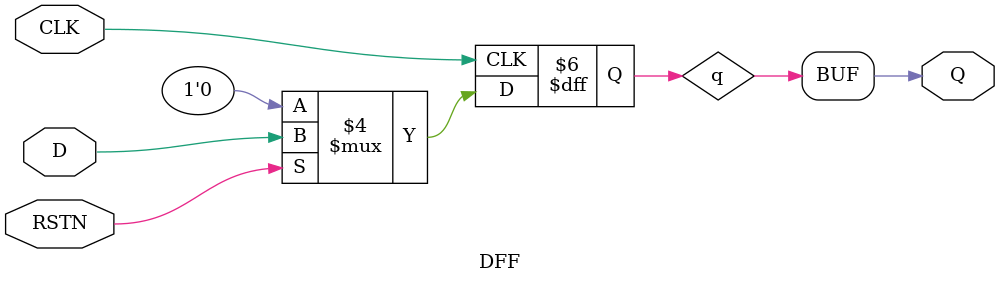
<source format=sv>
`timescale 1ns/100ps

module DFF
(
    input   CLK,
    input   RSTN,
    input   D,
    output  Q
);

    logic q;

    always_ff @(posedge CLK) begin
        if(!RSTN) begin
            q <= 1'b0;
        end
        else begin
            q <= D;
        end
    end

    assign Q = q;
endmodule

</source>
